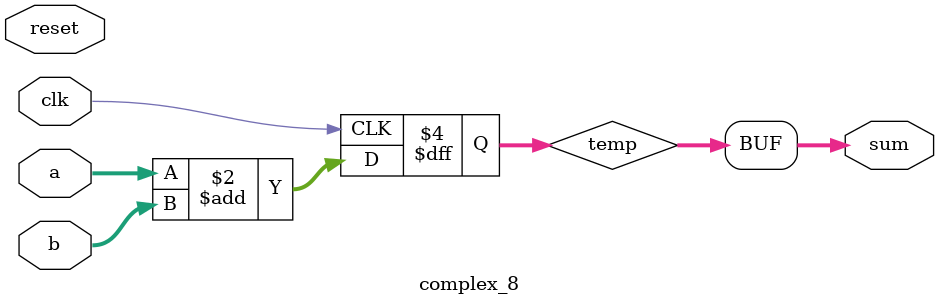
<source format=v>
module complex_8 (
    input wire clk,
    input wire reset,
    input wire [7:0] a,
    input wire [7:0] b,
    output reg [7:0] sum
);
    reg [7:0] temp;
    always @(posedge clk) begin
        temp <= a + b;
    end
    always @(temp) begin
        sum = temp;
    end
endmodule

</source>
